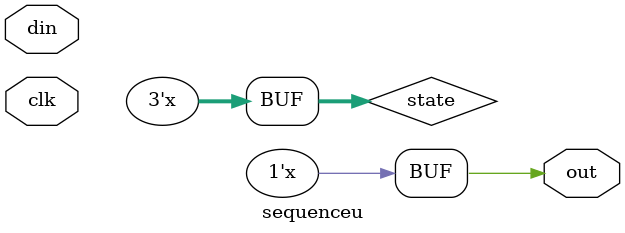
<source format=v>
`timescale 1ns / 1ps


module sequenceu(clk,din,out);
input clk,din;
output reg out;

parameter s0=0, s1=1, s2=2, s3=3, s4=4;
reg [2:0] state;

always@(posedge clk)
    begin
    case(state)
    s0: state <= din? s0:s1;
    s1: state <= din? s2:s1;
    s2: state <= din? s3:s1;
    s3: state <= din? s0:s4;
    default state <= s0;
    endcase
    end
    
    always@(state)
        begin
        case(state)
        s0: out = 1'b0;
        s1: out = 1'b0;
        s2: out = 1'b0;
        s3: out = 1'b0;//din? 1'b0:1'b1;
        s4: begin
           out = 1'b1;
           state = s1;
            end
        endcase
        end
endmodule

</source>
